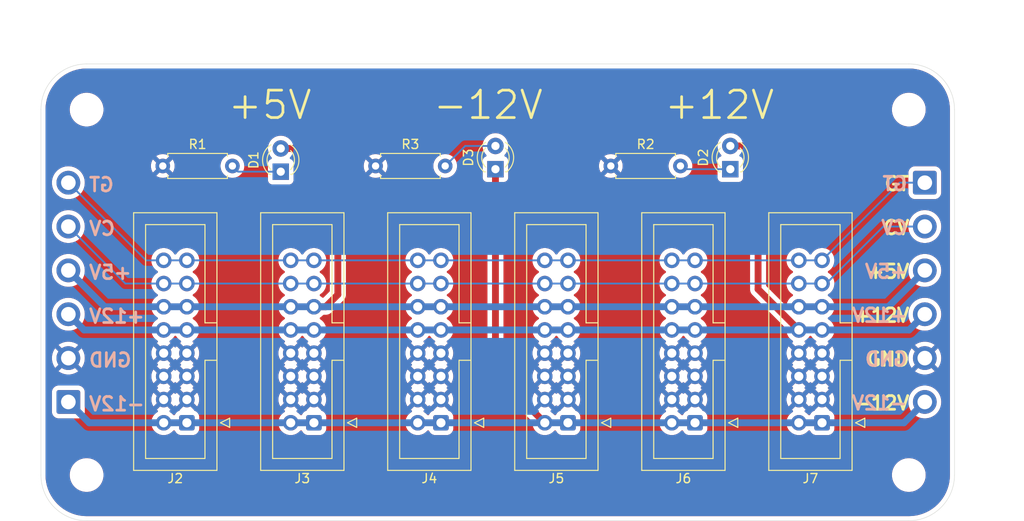
<source format=kicad_pcb>
(kicad_pcb (version 20241229) (generator "pcbnew") (generator_version "9.0")
  (layers (0 "F.Cu" signal) (2 "B.Cu" signal) (13 "F.Paste" user) (15 "B.Paste" user) (5 "F.SilkS" user "F.Silkscreen") (7 "B.SilkS" user "B.Silkscreen") (1 "F.Mask" user) (3 "B.Mask" user) (25 "Edge.Cuts" user))
  (net 0 "")
  (net 1 "/-12V")
  (net 2 "/+5V")
  (net 3 "/+12V")
  (net 4 "/Gate")
  (net 5 "/CV")
  (net 6 "Net-(D1-K)")
  (net 7 "Net-(D2-K)")
  (net 8 "Net-(D3-A)")
  (net 9 "GND")
  (footprint "LED_THT:LED_D3.0mm" (layer "F.Cu") (at 180.46 91.52 90)
    (property "Reference" "D2" (at 1.27 -2.96 90) (layer "F.SilkS"))
    (property "Value" "LED_Small")
    (fp_line (start -0.29 -1.236) (end -0.29 -1.08) (stroke (width 0.12)) (layer "F.SilkS"))
    (fp_line (start -0.29 1.08) (end -0.29 1.236) (stroke (width 0.12)) (layer "F.SilkS"))
    (fp_arc (start -0.29 -1.235516) (mid 1.36566 -1.987699) (end 2.941437 -1.08) (stroke (width 0.12)) (layer "F.SilkS"))
    (fp_arc (start 0.229039 -1.08) (mid 1.27 -1.5) (end 2.310961 -1.08) (stroke (width 0.12)) (layer "F.SilkS"))
    (fp_arc (start 2.941437 1.08) (mid 1.36566 1.987699) (end -0.29 1.235516) (stroke (width 0.12)) (layer "F.SilkS"))
    (fp_arc (start 2.310961 1.08) (mid 1.27 1.5) (end 0.229039 1.08) (stroke (width 0.12)) (layer "F.SilkS"))
    (pad "1" thru_hole rect (at 0 0 90) (size 1.8 1.8) (drill 0.9) (layers "*.Cu" "*.Mask") (net 7 "Net-(D2-K)"))
    (pad "2" thru_hole circle (at 2.54 0 90) (size 1.8 1.8) (drill 0.9) (layers "*.Cu" "*.Mask") (net 3 "/+12V"))
  )
  (footprint "LED_THT:LED_D3.0mm" (layer "F.Cu") (at 154.752 91.52 90)
    (property "Reference" "D3" (at 1.27 -2.96 90) (layer "F.SilkS"))
    (property "Value" "LED_Small")
    (fp_line (start -0.29 -1.236) (end -0.29 -1.08) (stroke (width 0.12)) (layer "F.SilkS"))
    (fp_line (start -0.29 1.08) (end -0.29 1.236) (stroke (width 0.12)) (layer "F.SilkS"))
    (fp_arc (start -0.29 -1.235516) (mid 1.36566 -1.987699) (end 2.941437 -1.08) (stroke (width 0.12)) (layer "F.SilkS"))
    (fp_arc (start 0.229039 -1.08) (mid 1.27 -1.5) (end 2.310961 -1.08) (stroke (width 0.12)) (layer "F.SilkS"))
    (fp_arc (start 2.941437 1.08) (mid 1.36566 1.987699) (end -0.29 1.235516) (stroke (width 0.12)) (layer "F.SilkS"))
    (fp_arc (start 2.310961 1.08) (mid 1.27 1.5) (end 0.229039 1.08) (stroke (width 0.12)) (layer "F.SilkS"))
    (pad "1" thru_hole rect (at 0 0 90) (size 1.8 1.8) (drill 0.9) (layers "*.Cu" "*.Mask") (net 1 "/-12V"))
    (pad "2" thru_hole circle (at 2.54 0 90) (size 1.8 1.8) (drill 0.9) (layers "*.Cu" "*.Mask") (net 8 "Net-(D3-A)"))
  )
  (footprint "Connector_IDC:IDC-Header_2x08_P2.54mm_Vertical" (layer "F.Cu") (at 120.975 119.28 180)
    (property "Reference" "J2" (at 1.27 -6.1 0) (layer "F.SilkS"))
    (property "Value" "Conn_02x08_Row_Letter_Last")
    (fp_line (start 5.83 22.99) (end -3.29 22.99) (stroke (width 0.12)) (layer "F.SilkS"))
    (fp_line (start 5.83 -5.21) (end 5.83 22.99) (stroke (width 0.12)) (layer "F.SilkS"))
    (fp_line (start 4.52 21.69) (end -1.98 21.69) (stroke (width 0.12)) (layer "F.SilkS"))
    (fp_line (start 4.52 -3.91) (end 4.52 21.69) (stroke (width 0.12)) (layer "F.SilkS"))
    (fp_line (start -1.98 21.69) (end -1.98 10.94) (stroke (width 0.12)) (layer "F.SilkS"))
    (fp_line (start -1.98 10.94) (end -3.29 10.94) (stroke (width 0.12)) (layer "F.SilkS"))
    (fp_line (start -1.98 6.84) (end -1.98 -3.91) (stroke (width 0.12)) (layer "F.SilkS"))
    (fp_line (start -1.98 -3.91) (end 4.52 -3.91) (stroke (width 0.12)) (layer "F.SilkS"))
    (fp_line (start -3.29 22.99) (end -3.29 -5.21) (stroke (width 0.12)) (layer "F.SilkS"))
    (fp_line (start -3.29 6.84) (end -1.98 6.84) (stroke (width 0.12)) (layer "F.SilkS"))
    (fp_line (start -3.29 -5.21) (end 5.83 -5.21) (stroke (width 0.12)) (layer "F.SilkS"))
    (fp_line (start -3.68 0) (end -4.68 -0.5) (stroke (width 0.12)) (layer "F.SilkS"))
    (fp_line (start -4.68 0.5) (end -3.68 0) (stroke (width 0.12)) (layer "F.SilkS"))
    (fp_line (start -4.68 -0.5) (end -4.68 0.5) (stroke (width 0.12)) (layer "F.SilkS"))
    (pad "1" thru_hole roundrect (at 0 0 180) (size 1.7 1.7) (drill 1) (layers "*.Cu" "*.Mask") (roundrect_rratio 0.147059) (net 1 "/-12V"))
    (pad "2" thru_hole circle (at 2.54 0 180) (size 1.7 1.7) (drill 1) (layers "*.Cu" "*.Mask") (net 1 "/-12V"))
    (pad "3" thru_hole circle (at 0 2.54 180) (size 1.7 1.7) (drill 1) (layers "*.Cu" "*.Mask") (net 9 "GND"))
    (pad "4" thru_hole circle (at 2.54 2.54 180) (size 1.7 1.7) (drill 1) (layers "*.Cu" "*.Mask") (net 9 "GND"))
    (pad "5" thru_hole circle (at 0 5.08 180) (size 1.7 1.7) (drill 1) (layers "*.Cu" "*.Mask") (net 9 "GND"))
    (pad "6" thru_hole circle (at 2.54 5.08 180) (size 1.7 1.7) (drill 1) (layers "*.Cu" "*.Mask") (net 9 "GND"))
    (pad "7" thru_hole circle (at 0 7.62 180) (size 1.7 1.7) (drill 1) (layers "*.Cu" "*.Mask") (net 9 "GND"))
    (pad "8" thru_hole circle (at 2.54 7.62 180) (size 1.7 1.7) (drill 1) (layers "*.Cu" "*.Mask") (net 9 "GND"))
    (pad "9" thru_hole circle (at 0 10.16 180) (size 1.7 1.7) (drill 1) (layers "*.Cu" "*.Mask") (net 3 "/+12V"))
    (pad "10" thru_hole circle (at 2.54 10.16 180) (size 1.7 1.7) (drill 1) (layers "*.Cu" "*.Mask") (net 3 "/+12V"))
    (pad "11" thru_hole circle (at 0 12.7 180) (size 1.7 1.7) (drill 1) (layers "*.Cu" "*.Mask") (net 2 "/+5V"))
    (pad "12" thru_hole circle (at 2.54 12.7 180) (size 1.7 1.7) (drill 1) (layers "*.Cu" "*.Mask") (net 2 "/+5V"))
    (pad "13" thru_hole circle (at 0 15.24 180) (size 1.7 1.7) (drill 1) (layers "*.Cu" "*.Mask") (net 5 "/CV"))
    (pad "14" thru_hole circle (at 2.54 15.24 180) (size 1.7 1.7) (drill 1) (layers "*.Cu" "*.Mask") (net 5 "/CV"))
    (pad "15" thru_hole circle (at 0 17.78 180) (size 1.7 1.7) (drill 1) (layers "*.Cu" "*.Mask") (net 4 "/Gate"))
    (pad "16" thru_hole circle (at 2.54 17.78 180) (size 1.7 1.7) (drill 1) (layers "*.Cu" "*.Mask") (net 4 "/Gate"))
  )
  (footprint "power_rail_elements:R_Axial_DIN0207_L6.3mm_D2.5mm_P7.62mm_Horizontal" (layer "F.Cu") (at 167.38 91.17)
    (property "Reference" "R2" (at 3.81 -2.37 0) (layer "F.SilkS"))
    (property "Value" "1k")
    (fp_line (start 0.54 -1.37) (end 7.08 -1.37) (stroke (width 0.12)) (layer "F.SilkS"))
    (fp_line (start 0.54 -1.04) (end 0.54 -1.37) (stroke (width 0.12)) (layer "F.SilkS"))
    (fp_line (start 0.54 1.04) (end 0.54 1.37) (stroke (width 0.12)) (layer "F.SilkS"))
    (fp_line (start 0.54 1.37) (end 7.08 1.37) (stroke (width 0.12)) (layer "F.SilkS"))
    (fp_line (start 7.08 -1.37) (end 7.08 -1.04) (stroke (width 0.12)) (layer "F.SilkS"))
    (fp_line (start 7.08 1.37) (end 7.08 1.04) (stroke (width 0.12)) (layer "F.SilkS"))
    (pad "1" thru_hole circle (at 0 0) (size 1.6 1.6) (drill 0.8) (layers "*.Cu" "*.Mask") (net 9 "GND"))
    (pad "2" thru_hole circle (at 7.62 0) (size 1.6 1.6) (drill 0.8) (layers "*.Cu" "*.Mask") (net 7 "Net-(D2-K)"))
  )
  (footprint "Connector_IDC:IDC-Header_2x08_P2.54mm_Vertical" (layer "F.Cu") (at 148.785 119.28 180)
    (property "Reference" "J4" (at 1.27 -6.1 0) (layer "F.SilkS"))
    (property "Value" "Conn_02x08_Row_Letter_Last")
    (fp_line (start 5.83 22.99) (end -3.29 22.99) (stroke (width 0.12)) (layer "F.SilkS"))
    (fp_line (start 5.83 -5.21) (end 5.83 22.99) (stroke (width 0.12)) (layer "F.SilkS"))
    (fp_line (start 4.52 21.69) (end -1.98 21.69) (stroke (width 0.12)) (layer "F.SilkS"))
    (fp_line (start 4.52 -3.91) (end 4.52 21.69) (stroke (width 0.12)) (layer "F.SilkS"))
    (fp_line (start -1.98 21.69) (end -1.98 10.94) (stroke (width 0.12)) (layer "F.SilkS"))
    (fp_line (start -1.98 10.94) (end -3.29 10.94) (stroke (width 0.12)) (layer "F.SilkS"))
    (fp_line (start -1.98 6.84) (end -1.98 -3.91) (stroke (width 0.12)) (layer "F.SilkS"))
    (fp_line (start -1.98 -3.91) (end 4.52 -3.91) (stroke (width 0.12)) (layer "F.SilkS"))
    (fp_line (start -3.29 22.99) (end -3.29 -5.21) (stroke (width 0.12)) (layer "F.SilkS"))
    (fp_line (start -3.29 6.84) (end -1.98 6.84) (stroke (width 0.12)) (layer "F.SilkS"))
    (fp_line (start -3.29 -5.21) (end 5.83 -5.21) (stroke (width 0.12)) (layer "F.SilkS"))
    (fp_line (start -3.68 0) (end -4.68 -0.5) (stroke (width 0.12)) (layer "F.SilkS"))
    (fp_line (start -4.68 0.5) (end -3.68 0) (stroke (width 0.12)) (layer "F.SilkS"))
    (fp_line (start -4.68 -0.5) (end -4.68 0.5) (stroke (width 0.12)) (layer "F.SilkS"))
    (pad "1" thru_hole roundrect (at 0 0 180) (size 1.7 1.7) (drill 1) (layers "*.Cu" "*.Mask") (roundrect_rratio 0.147059) (net 1 "/-12V"))
    (pad "2" thru_hole circle (at 2.54 0 180) (size 1.7 1.7) (drill 1) (layers "*.Cu" "*.Mask") (net 1 "/-12V"))
    (pad "3" thru_hole circle (at 0 2.54 180) (size 1.7 1.7) (drill 1) (layers "*.Cu" "*.Mask") (net 9 "GND"))
    (pad "4" thru_hole circle (at 2.54 2.54 180) (size 1.7 1.7) (drill 1) (layers "*.Cu" "*.Mask") (net 9 "GND"))
    (pad "5" thru_hole circle (at 0 5.08 180) (size 1.7 1.7) (drill 1) (layers "*.Cu" "*.Mask") (net 9 "GND"))
    (pad "6" thru_hole circle (at 2.54 5.08 180) (size 1.7 1.7) (drill 1) (layers "*.Cu" "*.Mask") (net 9 "GND"))
    (pad "7" thru_hole circle (at 0 7.62 180) (size 1.7 1.7) (drill 1) (layers "*.Cu" "*.Mask") (net 9 "GND"))
    (pad "8" thru_hole circle (at 2.54 7.62 180) (size 1.7 1.7) (drill 1) (layers "*.Cu" "*.Mask") (net 9 "GND"))
    (pad "9" thru_hole circle (at 0 10.16 180) (size 1.7 1.7) (drill 1) (layers "*.Cu" "*.Mask") (net 3 "/+12V"))
    (pad "10" thru_hole circle (at 2.54 10.16 180) (size 1.7 1.7) (drill 1) (layers "*.Cu" "*.Mask") (net 3 "/+12V"))
    (pad "11" thru_hole circle (at 0 12.7 180) (size 1.7 1.7) (drill 1) (layers "*.Cu" "*.Mask") (net 2 "/+5V"))
    (pad "12" thru_hole circle (at 2.54 12.7 180) (size 1.7 1.7) (drill 1) (layers "*.Cu" "*.Mask") (net 2 "/+5V"))
    (pad "13" thru_hole circle (at 0 15.24 180) (size 1.7 1.7) (drill 1) (layers "*.Cu" "*.Mask") (net 5 "/CV"))
    (pad "14" thru_hole circle (at 2.54 15.24 180) (size 1.7 1.7) (drill 1) (layers "*.Cu" "*.Mask") (net 5 "/CV"))
    (pad "15" thru_hole circle (at 0 17.78 180) (size 1.7 1.7) (drill 1) (layers "*.Cu" "*.Mask") (net 4 "/Gate"))
    (pad "16" thru_hole circle (at 2.54 17.78 180) (size 1.7 1.7) (drill 1) (layers "*.Cu" "*.Mask") (net 4 "/Gate"))
  )
  (footprint "power_rail_elements:MountingHole_3.2mm_M3" (layer "F.Cu") (at 110 85)
    (property "Reference" "REF**" (hide yes))
    (property "Value" "MountingHole_3.2mm_M3")
    (pad "" np_thru_hole circle (at 0 0) (size 3.2 3.2) (drill 3.2) (layers "*.Cu" "*.Mask"))
  )
  (footprint "power_rail_elements:MountingHole_3.2mm_M3" (layer "F.Cu") (at 200 125)
    (property "Reference" "REF**" (hide yes))
    (property "Value" "MountingHole_3.2mm_M3")
    (pad "" np_thru_hole circle (at 0 0) (size 3.2 3.2) (drill 3.2) (layers "*.Cu" "*.Mask"))
  )
  (footprint "Connector_IDC:IDC-Header_2x08_P2.54mm_Vertical" (layer "F.Cu") (at 134.88 119.28 180)
    (property "Reference" "J3" (at 1.27 -6.1 0) (layer "F.SilkS"))
    (property "Value" "Conn_02x08_Row_Letter_Last")
    (fp_line (start 5.83 22.99) (end -3.29 22.99) (stroke (width 0.12)) (layer "F.SilkS"))
    (fp_line (start 5.83 -5.21) (end 5.83 22.99) (stroke (width 0.12)) (layer "F.SilkS"))
    (fp_line (start 4.52 21.69) (end -1.98 21.69) (stroke (width 0.12)) (layer "F.SilkS"))
    (fp_line (start 4.52 -3.91) (end 4.52 21.69) (stroke (width 0.12)) (layer "F.SilkS"))
    (fp_line (start -1.98 21.69) (end -1.98 10.94) (stroke (width 0.12)) (layer "F.SilkS"))
    (fp_line (start -1.98 10.94) (end -3.29 10.94) (stroke (width 0.12)) (layer "F.SilkS"))
    (fp_line (start -1.98 6.84) (end -1.98 -3.91) (stroke (width 0.12)) (layer "F.SilkS"))
    (fp_line (start -1.98 -3.91) (end 4.52 -3.91) (stroke (width 0.12)) (layer "F.SilkS"))
    (fp_line (start -3.29 22.99) (end -3.29 -5.21) (stroke (width 0.12)) (layer "F.SilkS"))
    (fp_line (start -3.29 6.84) (end -1.98 6.84) (stroke (width 0.12)) (layer "F.SilkS"))
    (fp_line (start -3.29 -5.21) (end 5.83 -5.21) (stroke (width 0.12)) (layer "F.SilkS"))
    (fp_line (start -3.68 0) (end -4.68 -0.5) (stroke (width 0.12)) (layer "F.SilkS"))
    (fp_line (start -4.68 0.5) (end -3.68 0) (stroke (width 0.12)) (layer "F.SilkS"))
    (fp_line (start -4.68 -0.5) (end -4.68 0.5) (stroke (width 0.12)) (layer "F.SilkS"))
    (pad "1" thru_hole roundrect (at 0 0 180) (size 1.7 1.7) (drill 1) (layers "*.Cu" "*.Mask") (roundrect_rratio 0.147059) (net 1 "/-12V"))
    (pad "2" thru_hole circle (at 2.54 0 180) (size 1.7 1.7) (drill 1) (layers "*.Cu" "*.Mask") (net 1 "/-12V"))
    (pad "3" thru_hole circle (at 0 2.54 180) (size 1.7 1.7) (drill 1) (layers "*.Cu" "*.Mask") (net 9 "GND"))
    (pad "4" thru_hole circle (at 2.54 2.54 180) (size 1.7 1.7) (drill 1) (layers "*.Cu" "*.Mask") (net 9 "GND"))
    (pad "5" thru_hole circle (at 0 5.08 180) (size 1.7 1.7) (drill 1) (layers "*.Cu" "*.Mask") (net 9 "GND"))
    (pad "6" thru_hole circle (at 2.54 5.08 180) (size 1.7 1.7) (drill 1) (layers "*.Cu" "*.Mask") (net 9 "GND"))
    (pad "7" thru_hole circle (at 0 7.62 180) (size 1.7 1.7) (drill 1) (layers "*.Cu" "*.Mask") (net 9 "GND"))
    (pad "8" thru_hole circle (at 2.54 7.62 180) (size 1.7 1.7) (drill 1) (layers "*.Cu" "*.Mask") (net 9 "GND"))
    (pad "9" thru_hole circle (at 0 10.16 180) (size 1.7 1.7) (drill 1) (layers "*.Cu" "*.Mask") (net 3 "/+12V"))
    (pad "10" thru_hole circle (at 2.54 10.16 180) (size 1.7 1.7) (drill 1) (layers "*.Cu" "*.Mask") (net 3 "/+12V"))
    (pad "11" thru_hole circle (at 0 12.7 180) (size 1.7 1.7) (drill 1) (layers "*.Cu" "*.Mask") (net 2 "/+5V"))
    (pad "12" thru_hole circle (at 2.54 12.7 180) (size 1.7 1.7) (drill 1) (layers "*.Cu" "*.Mask") (net 2 "/+5V"))
    (pad "13" thru_hole circle (at 0 15.24 180) (size 1.7 1.7) (drill 1) (layers "*.Cu" "*.Mask") (net 5 "/CV"))
    (pad "14" thru_hole circle (at 2.54 15.24 180) (size 1.7 1.7) (drill 1) (layers "*.Cu" "*.Mask") (net 5 "/CV"))
    (pad "15" thru_hole circle (at 0 17.78 180) (size 1.7 1.7) (drill 1) (layers "*.Cu" "*.Mask") (net 4 "/Gate"))
    (pad "16" thru_hole circle (at 2.54 17.78 180) (size 1.7 1.7) (drill 1) (layers "*.Cu" "*.Mask") (net 4 "/Gate"))
  )
  (footprint "Connector_IDC:IDC-Header_2x08_P2.54mm_Vertical" (layer "F.Cu") (at 176.595 119.28 180)
    (property "Reference" "J6" (at 1.27 -6.1 0) (layer "F.SilkS"))
    (property "Value" "Conn_02x08_Row_Letter_Last")
    (fp_line (start 5.83 22.99) (end -3.29 22.99) (stroke (width 0.12)) (layer "F.SilkS"))
    (fp_line (start 5.83 -5.21) (end 5.83 22.99) (stroke (width 0.12)) (layer "F.SilkS"))
    (fp_line (start 4.52 21.69) (end -1.98 21.69) (stroke (width 0.12)) (layer "F.SilkS"))
    (fp_line (start 4.52 -3.91) (end 4.52 21.69) (stroke (width 0.12)) (layer "F.SilkS"))
    (fp_line (start -1.98 21.69) (end -1.98 10.94) (stroke (width 0.12)) (layer "F.SilkS"))
    (fp_line (start -1.98 10.94) (end -3.29 10.94) (stroke (width 0.12)) (layer "F.SilkS"))
    (fp_line (start -1.98 6.84) (end -1.98 -3.91) (stroke (width 0.12)) (layer "F.SilkS"))
    (fp_line (start -1.98 -3.91) (end 4.52 -3.91) (stroke (width 0.12)) (layer "F.SilkS"))
    (fp_line (start -3.29 22.99) (end -3.29 -5.21) (stroke (width 0.12)) (layer "F.SilkS"))
    (fp_line (start -3.29 6.84) (end -1.98 6.84) (stroke (width 0.12)) (layer "F.SilkS"))
    (fp_line (start -3.29 -5.21) (end 5.83 -5.21) (stroke (width 0.12)) (layer "F.SilkS"))
    (fp_line (start -3.68 0) (end -4.68 -0.5) (stroke (width 0.12)) (layer "F.SilkS"))
    (fp_line (start -4.68 0.5) (end -3.68 0) (stroke (width 0.12)) (layer "F.SilkS"))
    (fp_line (start -4.68 -0.5) (end -4.68 0.5) (stroke (width 0.12)) (layer "F.SilkS"))
    (pad "1" thru_hole roundrect (at 0 0 180) (size 1.7 1.7) (drill 1) (layers "*.Cu" "*.Mask") (roundrect_rratio 0.147059) (net 1 "/-12V"))
    (pad "2" thru_hole circle (at 2.54 0 180) (size 1.7 1.7) (drill 1) (layers "*.Cu" "*.Mask") (net 1 "/-12V"))
    (pad "3" thru_hole circle (at 0 2.54 180) (size 1.7 1.7) (drill 1) (layers "*.Cu" "*.Mask") (net 9 "GND"))
    (pad "4" thru_hole circle (at 2.54 2.54 180) (size 1.7 1.7) (drill 1) (layers "*.Cu" "*.Mask") (net 9 "GND"))
    (pad "5" thru_hole circle (at 0 5.08 180) (size 1.7 1.7) (drill 1) (layers "*.Cu" "*.Mask") (net 9 "GND"))
    (pad "6" thru_hole circle (at 2.54 5.08 180) (size 1.7 1.7) (drill 1) (layers "*.Cu" "*.Mask") (net 9 "GND"))
    (pad "7" thru_hole circle (at 0 7.62 180) (size 1.7 1.7) (drill 1) (layers "*.Cu" "*.Mask") (net 9 "GND"))
    (pad "8" thru_hole circle (at 2.54 7.62 180) (size 1.7 1.7) (drill 1) (layers "*.Cu" "*.Mask") (net 9 "GND"))
    (pad "9" thru_hole circle (at 0 10.16 180) (size 1.7 1.7) (drill 1) (layers "*.Cu" "*.Mask") (net 3 "/+12V"))
    (pad "10" thru_hole circle (at 2.54 10.16 180) (size 1.7 1.7) (drill 1) (layers "*.Cu" "*.Mask") (net 3 "/+12V"))
    (pad "11" thru_hole circle (at 0 12.7 180) (size 1.7 1.7) (drill 1) (layers "*.Cu" "*.Mask") (net 2 "/+5V"))
    (pad "12" thru_hole circle (at 2.54 12.7 180) (size 1.7 1.7) (drill 1) (layers "*.Cu" "*.Mask") (net 2 "/+5V"))
    (pad "13" thru_hole circle (at 0 15.24 180) (size 1.7 1.7) (drill 1) (layers "*.Cu" "*.Mask") (net 5 "/CV"))
    (pad "14" thru_hole circle (at 2.54 15.24 180) (size 1.7 1.7) (drill 1) (layers "*.Cu" "*.Mask") (net 5 "/CV"))
    (pad "15" thru_hole circle (at 0 17.78 180) (size 1.7 1.7) (drill 1) (layers "*.Cu" "*.Mask") (net 4 "/Gate"))
    (pad "16" thru_hole circle (at 2.54 17.78 180) (size 1.7 1.7) (drill 1) (layers "*.Cu" "*.Mask") (net 4 "/Gate"))
  )
  (footprint "Connector_Wire:SolderWire-0.75sqmm_1x06_P4.8mm_D1.25mm_OD2.3mm" (layer "F.Cu") (at 108 117 90)
    (property "Reference" "J1" (hide yes))
    (property "Value" "Conn_01x06")
    (pad "1" thru_hole roundrect (at 0 0 90) (size 2.6 2.6) (drill 1.6) (layers "*.Cu" "*.Mask") (roundrect_rratio 0.096154) (net 1 "/-12V"))
    (pad "2" thru_hole circle (at 4.8 0 90) (size 2.6 2.6) (drill 1.6) (layers "*.Cu" "*.Mask") (net 9 "GND"))
    (pad "3" thru_hole circle (at 9.6 0 90) (size 2.6 2.6) (drill 1.6) (layers "*.Cu" "*.Mask") (net 3 "/+12V"))
    (pad "4" thru_hole circle (at 14.4 0 90) (size 2.6 2.6) (drill 1.6) (layers "*.Cu" "*.Mask") (net 2 "/+5V"))
    (pad "5" thru_hole circle (at 19.2 0 90) (size 2.6 2.6) (drill 1.6) (layers "*.Cu" "*.Mask") (net 5 "/CV"))
    (pad "6" thru_hole circle (at 24 0 90) (size 2.6 2.6) (drill 1.6) (layers "*.Cu" "*.Mask") (net 4 "/Gate"))
  )
  (footprint "LED_THT:LED_D3.0mm" (layer "F.Cu") (at 131.25 91.795 90)
    (property "Reference" "D1" (at 1.27 -2.96 90) (layer "F.SilkS"))
    (property "Value" "LED_Small")
    (fp_line (start -0.29 -1.236) (end -0.29 -1.08) (stroke (width 0.12)) (layer "F.SilkS"))
    (fp_line (start -0.29 1.08) (end -0.29 1.236) (stroke (width 0.12)) (layer "F.SilkS"))
    (fp_arc (start -0.29 -1.235516) (mid 1.36566 -1.987699) (end 2.941437 -1.08) (stroke (width 0.12)) (layer "F.SilkS"))
    (fp_arc (start 0.229039 -1.08) (mid 1.27 -1.5) (end 2.310961 -1.08) (stroke (width 0.12)) (layer "F.SilkS"))
    (fp_arc (start 2.941437 1.08) (mid 1.36566 1.987699) (end -0.29 1.235516) (stroke (width 0.12)) (layer "F.SilkS"))
    (fp_arc (start 2.310961 1.08) (mid 1.27 1.5) (end 0.229039 1.08) (stroke (width 0.12)) (layer "F.SilkS"))
    (pad "1" thru_hole rect (at 0 0 90) (size 1.8 1.8) (drill 0.9) (layers "*.Cu" "*.Mask") (net 6 "Net-(D1-K)"))
    (pad "2" thru_hole circle (at 2.54 0 90) (size 1.8 1.8) (drill 0.9) (layers "*.Cu" "*.Mask") (net 2 "/+5V"))
  )
  (footprint "power_rail_elements:MountingHole_3.2mm_M3" (layer "F.Cu") (at 200 85)
    (property "Reference" "REF**" (hide yes))
    (property "Value" "MountingHole_3.2mm_M3")
    (pad "" np_thru_hole circle (at 0 0) (size 3.2 3.2) (drill 3.2) (layers "*.Cu" "*.Mask"))
  )
  (footprint "Connector_IDC:IDC-Header_2x08_P2.54mm_Vertical" (layer "F.Cu") (at 190.5 119.28 180)
    (property "Reference" "J7" (at 1.27 -6.1 0) (layer "F.SilkS"))
    (property "Value" "Conn_02x08_Row_Letter_Last")
    (fp_line (start 5.83 22.99) (end -3.29 22.99) (stroke (width 0.12)) (layer "F.SilkS"))
    (fp_line (start 5.83 -5.21) (end 5.83 22.99) (stroke (width 0.12)) (layer "F.SilkS"))
    (fp_line (start 4.52 21.69) (end -1.98 21.69) (stroke (width 0.12)) (layer "F.SilkS"))
    (fp_line (start 4.52 -3.91) (end 4.52 21.69) (stroke (width 0.12)) (layer "F.SilkS"))
    (fp_line (start -1.98 21.69) (end -1.98 10.94) (stroke (width 0.12)) (layer "F.SilkS"))
    (fp_line (start -1.98 10.94) (end -3.29 10.94) (stroke (width 0.12)) (layer "F.SilkS"))
    (fp_line (start -1.98 6.84) (end -1.98 -3.91) (stroke (width 0.12)) (layer "F.SilkS"))
    (fp_line (start -1.98 -3.91) (end 4.52 -3.91) (stroke (width 0.12)) (layer "F.SilkS"))
    (fp_line (start -3.29 22.99) (end -3.29 -5.21) (stroke (width 0.12)) (layer "F.SilkS"))
    (fp_line (start -3.29 6.84) (end -1.98 6.84) (stroke (width 0.12)) (layer "F.SilkS"))
    (fp_line (start -3.29 -5.21) (end 5.83 -5.21) (stroke (width 0.12)) (layer "F.SilkS"))
    (fp_line (start -3.68 0) (end -4.68 -0.5) (stroke (width 0.12)) (layer "F.SilkS"))
    (fp_line (start -4.68 0.5) (end -3.68 0) (stroke (width 0.12)) (layer "F.SilkS"))
    (fp_line (start -4.68 -0.5) (end -4.68 0.5) (stroke (width 0.12)) (layer "F.SilkS"))
    (pad "1" thru_hole roundrect (at 0 0 180) (size 1.7 1.7) (drill 1) (layers "*.Cu" "*.Mask") (roundrect_rratio 0.147059) (net 1 "/-12V"))
    (pad "2" thru_hole circle (at 2.54 0 180) (size 1.7 1.7) (drill 1) (layers "*.Cu" "*.Mask") (net 1 "/-12V"))
    (pad "3" thru_hole circle (at 0 2.54 180) (size 1.7 1.7) (drill 1) (layers "*.Cu" "*.Mask") (net 9 "GND"))
    (pad "4" thru_hole circle (at 2.54 2.54 180) (size 1.7 1.7) (drill 1) (layers "*.Cu" "*.Mask") (net 9 "GND"))
    (pad "5" thru_hole circle (at 0 5.08 180) (size 1.7 1.7) (drill 1) (layers "*.Cu" "*.Mask") (net 9 "GND"))
    (pad "6" thru_hole circle (at 2.54 5.08 180) (size 1.7 1.7) (drill 1) (layers "*.Cu" "*.Mask") (net 9 "GND"))
    (pad "7" thru_hole circle (at 0 7.62 180) (size 1.7 1.7) (drill 1) (layers "*.Cu" "*.Mask") (net 9 "GND"))
    (pad "8" thru_hole circle (at 2.54 7.62 180) (size 1.7 1.7) (drill 1) (layers "*.Cu" "*.Mask") (net 9 "GND"))
    (pad "9" thru_hole circle (at 0 10.16 180) (size 1.7 1.7) (drill 1) (layers "*.Cu" "*.Mask") (net 3 "/+12V"))
    (pad "10" thru_hole circle (at 2.54 10.16 180) (size 1.7 1.7) (drill 1) (layers "*.Cu" "*.Mask") (net 3 "/+12V"))
    (pad "11" thru_hole circle (at 0 12.7 180) (size 1.7 1.7) (drill 1) (layers "*.Cu" "*.Mask") (net 2 "/+5V"))
    (pad "12" thru_hole circle (at 2.54 12.7 180) (size 1.7 1.7) (drill 1) (layers "*.Cu" "*.Mask") (net 2 "/+5V"))
    (pad "13" thru_hole circle (at 0 15.24 180) (size 1.7 1.7) (drill 1) (layers "*.Cu" "*.Mask") (net 5 "/CV"))
    (pad "14" thru_hole circle (at 2.54 15.24 180) (size 1.7 1.7) (drill 1) (layers "*.Cu" "*.Mask") (net 5 "/CV"))
    (pad "15" thru_hole circle (at 0 17.78 180) (size 1.7 1.7) (drill 1) (layers "*.Cu" "*.Mask") (net 4 "/Gate"))
    (pad "16" thru_hole circle (at 2.54 17.78 180) (size 1.7 1.7) (drill 1) (layers "*.Cu" "*.Mask") (net 4 "/Gate"))
  )
  (footprint "Connector_Wire:SolderWire-0.75sqmm_1x06_P4.8mm_D1.25mm_OD2.3mm" (layer "F.Cu") (at 201.75 93 -90)
    (property "Reference" "J8" (hide yes))
    (property "Value" "Conn_01x06")
    (pad "1" thru_hole roundrect (at 0 0 270) (size 2.6 2.6) (drill 1.6) (layers "*.Cu" "*.Mask") (roundrect_rratio 0.096154) (net 4 "/Gate"))
    (pad "2" thru_hole circle (at 4.8 0 270) (size 2.6 2.6) (drill 1.6) (layers "*.Cu" "*.Mask") (net 5 "/CV"))
    (pad "3" thru_hole circle (at 9.6 0 270) (size 2.6 2.6) (drill 1.6) (layers "*.Cu" "*.Mask") (net 2 "/+5V"))
    (pad "4" thru_hole circle (at 14.4 0 270) (size 2.6 2.6) (drill 1.6) (layers "*.Cu" "*.Mask") (net 3 "/+12V"))
    (pad "5" thru_hole circle (at 19.2 0 270) (size 2.6 2.6) (drill 1.6) (layers "*.Cu" "*.Mask") (net 9 "GND"))
    (pad "6" thru_hole circle (at 24 0 270) (size 2.6 2.6) (drill 1.6) (layers "*.Cu" "*.Mask") (net 1 "/-12V"))
  )
  (footprint "power_rail_elements:MountingHole_3.2mm_M3" (layer "F.Cu") (at 110 125)
    (property "Reference" "REF**" (hide yes))
    (property "Value" "MountingHole_3.2mm_M3")
    (pad "" np_thru_hole circle (at 0 0) (size 3.2 3.2) (drill 3.2) (layers "*.Cu" "*.Mask"))
  )
  (footprint "Connector_IDC:IDC-Header_2x08_P2.54mm_Vertical" (layer "F.Cu") (at 162.69 119.28 180)
    (property "Reference" "J5" (at 1.27 -6.1 0) (layer "F.SilkS"))
    (property "Value" "Conn_02x08_Row_Letter_Last")
    (fp_line (start 5.83 22.99) (end -3.29 22.99) (stroke (width 0.12)) (layer "F.SilkS"))
    (fp_line (start 5.83 -5.21) (end 5.83 22.99) (stroke (width 0.12)) (layer "F.SilkS"))
    (fp_line (start 4.52 21.69) (end -1.98 21.69) (stroke (width 0.12)) (layer "F.SilkS"))
    (fp_line (start 4.52 -3.91) (end 4.52 21.69) (stroke (width 0.12)) (layer "F.SilkS"))
    (fp_line (start -1.98 21.69) (end -1.98 10.94) (stroke (width 0.12)) (layer "F.SilkS"))
    (fp_line (start -1.98 10.94) (end -3.29 10.94) (stroke (width 0.12)) (layer "F.SilkS"))
    (fp_line (start -1.98 6.84) (end -1.98 -3.91) (stroke (width 0.12)) (layer "F.SilkS"))
    (fp_line (start -1.98 -3.91) (end 4.52 -3.91) (stroke (width 0.12)) (layer "F.SilkS"))
    (fp_line (start -3.29 22.99) (end -3.29 -5.21) (stroke (width 0.12)) (layer "F.SilkS"))
    (fp_line (start -3.29 6.84) (end -1.98 6.84) (stroke (width 0.12)) (layer "F.SilkS"))
    (fp_line (start -3.29 -5.21) (end 5.83 -5.21) (stroke (width 0.12)) (layer "F.SilkS"))
    (fp_line (start -3.68 0) (end -4.68 -0.5) (stroke (width 0.12)) (layer "F.SilkS"))
    (fp_line (start -4.68 0.5) (end -3.68 0) (stroke (width 0.12)) (layer "F.SilkS"))
    (fp_line (start -4.68 -0.5) (end -4.68 0.5) (stroke (width 0.12)) (layer "F.SilkS"))
    (pad "1" thru_hole roundrect (at 0 0 180) (size 1.7 1.7) (drill 1) (layers "*.Cu" "*.Mask") (roundrect_rratio 0.147059) (net 1 "/-12V"))
    (pad "2" thru_hole circle (at 2.54 0 180) (size 1.7 1.7) (drill 1) (layers "*.Cu" "*.Mask") (net 1 "/-12V"))
    (pad "3" thru_hole circle (at 0 2.54 180) (size 1.7 1.7) (drill 1) (layers "*.Cu" "*.Mask") (net 9 "GND"))
    (pad "4" thru_hole circle (at 2.54 2.54 180) (size 1.7 1.7) (drill 1) (layers "*.Cu" "*.Mask") (net 9 "GND"))
    (pad "5" thru_hole circle (at 0 5.08 180) (size 1.7 1.7) (drill 1) (layers "*.Cu" "*.Mask") (net 9 "GND"))
    (pad "6" thru_hole circle (at 2.54 5.08 180) (size 1.7 1.7) (drill 1) (layers "*.Cu" "*.Mask") (net 9 "GND"))
    (pad "7" thru_hole circle (at 0 7.62 180) (size 1.7 1.7) (drill 1) (layers "*.Cu" "*.Mask") (net 9 "GND"))
    (pad "8" thru_hole circle (at 2.54 7.62 180) (size 1.7 1.7) (drill 1) (layers "*.Cu" "*.Mask") (net 9 "GND"))
    (pad "9" thru_hole circle (at 0 10.16 180) (size 1.7 1.7) (drill 1) (layers "*.Cu" "*.Mask") (net 3 "/+12V"))
    (pad "10" thru_hole circle (at 2.54 10.16 180) (size 1.7 1.7) (drill 1) (layers "*.Cu" "*.Mask") (net 3 "/+12V"))
    (pad "11" thru_hole circle (at 0 12.7 180) (size 1.7 1.7) (drill 1) (layers "*.Cu" "*.Mask") (net 2 "/+5V"))
    (pad "12" thru_hole circle (at 2.54 12.7 180) (size 1.7 1.7) (drill 1) (layers "*.Cu" "*.Mask") (net 2 "/+5V"))
    (pad "13" thru_hole circle (at 0 15.24 180) (size 1.7 1.7) (drill 1) (layers "*.Cu" "*.Mask") (net 5 "/CV"))
    (pad "14" thru_hole circle (at 2.54 15.24 180) (size 1.7 1.7) (drill 1) (layers "*.Cu" "*.Mask") (net 5 "/CV"))
    (pad "15" thru_hole circle (at 0 17.78 180) (size 1.7 1.7) (drill 1) (layers "*.Cu" "*.Mask") (net 4 "/Gate"))
    (pad "16" thru_hole circle (at 2.54 17.78 180) (size 1.7 1.7) (drill 1) (layers "*.Cu" "*.Mask") (net 4 "/Gate"))
  )
  (footprint "power_rail_elements:R_Axial_DIN0207_L6.3mm_D2.5mm_P7.62mm_Horizontal" (layer "F.Cu") (at 141.63 91.17)
    (property "Reference" "R3" (at 3.81 -2.37 0) (layer "F.SilkS"))
    (property "Value" "1k")
    (fp_line (start 0.54 -1.37) (end 7.08 -1.37) (stroke (width 0.12)) (layer "F.SilkS"))
    (fp_line (start 0.54 -1.04) (end 0.54 -1.37) (stroke (width 0.12)) (layer "F.SilkS"))
    (fp_line (start 0.54 1.04) (end 0.54 1.37) (stroke (width 0.12)) (layer "F.SilkS"))
    (fp_line (start 0.54 1.37) (end 7.08 1.37) (stroke (width 0.12)) (layer "F.SilkS"))
    (fp_line (start 7.08 -1.37) (end 7.08 -1.04) (stroke (width 0.12)) (layer "F.SilkS"))
    (fp_line (start 7.08 1.37) (end 7.08 1.04) (stroke (width 0.12)) (layer "F.SilkS"))
    (pad "1" thru_hole circle (at 0 0) (size 1.6 1.6) (drill 0.8) (layers "*.Cu" "*.Mask") (net 9 "GND"))
    (pad "2" thru_hole circle (at 7.62 0) (size 1.6 1.6) (drill 0.8) (layers "*.Cu" "*.Mask") (net 8 "Net-(D3-A)"))
  )
  (footprint "power_rail_elements:R_Axial_DIN0207_L6.3mm_D2.5mm_P7.62mm_Horizontal" (layer "F.Cu") (at 118.336 91.17)
    (property "Reference" "R1" (at 3.81 -2.37 0) (layer "F.SilkS"))
    (property "Value" "330")
    (fp_line (start 0.54 -1.37) (end 7.08 -1.37) (stroke (width 0.12)) (layer "F.SilkS"))
    (fp_line (start 0.54 -1.04) (end 0.54 -1.37) (stroke (width 0.12)) (layer "F.SilkS"))
    (fp_line (start 0.54 1.04) (end 0.54 1.37) (stroke (width 0.12)) (layer "F.SilkS"))
    (fp_line (start 0.54 1.37) (end 7.08 1.37) (stroke (width 0.12)) (layer "F.SilkS"))
    (fp_line (start 7.08 -1.37) (end 7.08 -1.04) (stroke (width 0.12)) (layer "F.SilkS"))
    (fp_line (start 7.08 1.37) (end 7.08 1.04) (stroke (width 0.12)) (layer "F.SilkS"))
    (pad "1" thru_hole circle (at 0 0) (size 1.6 1.6) (drill 0.8) (layers "*.Cu" "*.Mask") (net 9 "GND"))
    (pad "2" thru_hole circle (at 7.62 0) (size 1.6 1.6) (drill 0.8) (layers "*.Cu" "*.Mask") (net 6 "Net-(D1-K)"))
  )
  (gr_arc (start 205 125) (mid 203.535534 128.535534) (end 200 130) (stroke (width 0.05)) (layer "Edge.Cuts"))
  (gr_arc (start 110 130) (mid 106.464466 128.535534) (end 105 125) (stroke (width 0.05)) (layer "Edge.Cuts"))
  (gr_line (start 205 85) (end 205 125) (stroke (width 0.05)) (layer "Edge.Cuts"))
  (gr_line (start 200 130) (end 110 130) (stroke (width 0.05)) (layer "Edge.Cuts"))
  (gr_arc (start 200 80) (mid 203.535534 81.464466) (end 205 85) (stroke (width 0.05)) (layer "Edge.Cuts"))
  (gr_line (start 110 80) (end 200 80) (stroke (width 0.05)) (layer "Edge.Cuts"))
  (gr_line (start 105 125) (end 105 85) (stroke (width 0.05)) (layer "Edge.Cuts"))
  (gr_arc (start 105 85) (mid 106.464466 81.464466) (end 110 80) (stroke (width 0.05)) (layer "Edge.Cuts"))
  (gr_text "GT" (at 197.178572 94 0) (layer "F.SilkS") (effects (font (size 1.5 1.5) (thickness 0.3) (bold yes)) (justify left bottom)))
  (gr_text "CV" (at 197.035715 98.8 0) (layer "F.SilkS") (effects (font (size 1.5 1.5) (thickness 0.3) (bold yes)) (justify left bottom)))
  (gr_text "+5V" (at 125.290179 86.25 0) (layer "F.SilkS") (effects (font (size 3 3) (thickness 0.3) (bold yes)) (justify left bottom)))
  (gr_text "+12V" (at 173.077679 86.25 0) (layer "F.SilkS") (effects (font (size 3 3) (thickness 0.3) (bold yes)) (justify left bottom)))
  (gr_text "-12V" (at 193.82143 118 0) (layer "F.SilkS") (effects (font (size 1.5 1.5) (thickness 0.3) (bold yes)) (justify left bottom)))
  (gr_text "+12V" (at 193.82143 108.4 0) (layer "F.SilkS") (effects (font (size 1.5 1.5) (thickness 0.3) (bold yes)) (justify left bottom)))
  (gr_text "GND" (at 195.25 113.2 0) (layer "F.SilkS") (effects (font (size 1.5 1.5) (thickness 0.3) (bold yes)) (justify left bottom)))
  (gr_text "-12V" (at 147.755357 86.25 0) (layer "F.SilkS") (effects (font (size 3 3) (thickness 0.3) (bold yes)) (justify left bottom)))
  (gr_text "+5V" (at 195.250001 103.6 0) (layer "F.SilkS") (effects (font (size 1.5 1.5) (thickness 0.3) (bold yes)) (justify left bottom)))
  (gr_text "CV" (at 200 98.8 0) (layer "B.SilkS") (effects (font (size 1.5 1.5) (thickness 0.3) (bold yes)) (justify left bottom mirror)))
  (gr_text "GND" (at 115.07143 113.3 0) (layer "B.SilkS") (effects (font (size 1.5 1.5) (thickness 0.3) (bold yes)) (justify left bottom mirror)))
  (gr_text "-12V" (at 200 118 0) (layer "B.SilkS") (effects (font (size 1.5 1.5) (thickness 0.3) (bold yes)) (justify left bottom mirror)))
  (gr_text "+5V" (at 200 103.6 0) (layer "B.SilkS") (effects (font (size 1.5 1.5) (thickness 0.3) (bold yes)) (justify left bottom mirror)))
  (gr_text "+12V" (at 200 108.4 0) (layer "B.SilkS") (effects (font (size 1.5 1.5) (thickness 0.3) (bold yes)) (justify left bottom mirror)))
  (gr_text "GT" (at 200 94 0) (layer "B.SilkS") (effects (font (size 1.5 1.5) (thickness 0.3) (bold yes)) (justify left bottom mirror)))
  (gr_text "+5V" (at 115.071429 103.7 0) (layer "B.SilkS") (effects (font (size 1.5 1.5) (thickness 0.3) (bold yes)) (justify left bottom mirror)))
  (gr_text "GT" (at 113.142858 94.1 0) (layer "B.SilkS") (effects (font (size 1.5 1.5) (thickness 0.3) (bold yes)) (justify left bottom mirror)))
  (gr_text "+12V" (at 116.5 108.5 0) (layer "B.SilkS") (effects (font (size 1.5 1.5) (thickness 0.3) (bold yes)) (justify left bottom mirror)))
  (gr_text "-12V" (at 116.5 118.1 0) (layer "B.SilkS") (effects (font (size 1.5 1.5) (thickness 0.3) (bold yes)) (justify left bottom mirror)))
  (gr_text "GND" (at 200 113.2 0) (layer "B.SilkS") (effects (font (size 1.5 1.5) (thickness 0.3) (bold yes)) (justify left bottom mirror)))
  (gr_text "CV" (at 113.285715 98.9 0) (layer "B.SilkS") (effects (font (size 1.5 1.5) (thickness 0.3) (bold yes)) (justify left bottom mirror)))
  (segment (start 160.15 119.28) (end 154.752 113.882) (width 0.75) (layer "F.Cu") (net 1))
  (segment (start 154.752 113.882) (end 154.752 91.52) (width 0.75) (layer "F.Cu") (net 1))
  (segment (start 132.34 119.28) (end 120.975 119.28) (width 0.75) (layer "B.Cu") (net 1))
  (segment (start 187.96 119.28) (end 176.595 119.28) (width 0.75) (layer "B.Cu") (net 1))
  (segment (start 148.785 119.28) (end 146.245 119.28) (width 0.75) (layer "B.Cu") (net 1))
  (segment (start 176.595 119.28) (end 174.055 119.28) (width 0.75) (layer "B.Cu") (net 1))
  (segment (start 146.245 119.28) (end 134.88 119.28) (width 0.75) (layer "B.Cu") (net 1))
  (segment (start 160.15 119.28) (end 148.785 119.28) (width 0.75) (layer "B.Cu") (net 1))
  (segment (start 190.5 119.28) (end 187.96 119.28) (width 0.75) (layer "B.Cu") (net 1))
  (segment (start 199.47 119.28) (end 190.5 119.28) (width 0.75) (layer "B.Cu") (net 1))
  (segment (start 201.75 117) (end 199.47 119.28) (width 0.75) (layer "B.Cu") (net 1))
  (segment (start 174.055 119.28) (end 162.69 119.28) (width 0.75) (layer "B.Cu") (net 1))
  (segment (start 118.435 119.28) (end 110.28 119.28) (width 0.75) (layer "B.Cu") (net 1))
  (segment (start 110.28 119.28) (end 108 117) (width 0.75) (layer "B.Cu") (net 1))
  (segment (start 120.975 119.28) (end 118.435 119.28) (width 0.75) (layer "B.Cu") (net 1))
  (segment (start 162.69 119.28) (end 160.15 119.28) (width 0.75) (layer "B.Cu") (net 1))
  (segment (start 134.88 119.28) (end 132.34 119.28) (width 0.75) (layer "B.Cu") (net 1))
  (segment (start 137.5 94.232208) (end 132.522792 89.255) (width 0.75) (layer "F.Cu") (net 2))
  (segment (start 132.522792 89.255) (end 131.25 89.255) (width 0.75) (layer "F.Cu") (net 2))
  (segment (start 137.5 105.25) (end 137.5 94.232208) (width 0.75) (layer "F.Cu") (net 2))
  (segment (start 136.17 106.58) (end 137.5 105.25) (width 0.75) (layer "F.Cu") (net 2))
  (segment (start 134.88 106.58) (end 136.17 106.58) (width 0.75) (layer "F.Cu") (net 2))
  (segment (start 108 102.6) (end 111.98 106.58) (width 0.75) (layer "B.Cu") (net 2))
  (segment (start 176.595 106.58) (end 174.055 106.58) (width 0.75) (layer "B.Cu") (net 2))
  (segment (start 120.975 106.58) (end 132.34 106.58) (width 0.75) (layer "B.Cu") (net 2))
  (segment (start 162.69 106.58) (end 174.055 106.58) (width 0.75) (layer "B.Cu") (net 2))
  (segment (start 148.785 106.58) (end 146.245 106.58) (width 0.75) (layer "B.Cu") (net 2))
  (segment (start 118.435 106.58) (end 120.975 106.58) (width 0.75) (layer "B.Cu") (net 2))
  (segment (start 111.98 106.58) (end 118.435 106.58) (width 0.75) (layer "B.Cu") (net 2))
  (segment (start 148.785 106.58) (end 160.15 106.58) (width 0.75) (layer "B.Cu") (net 2))
  (segment (start 134.88 106.58) (end 146.245 106.58) (width 0.75) (layer "B.Cu") (net 2))
  (segment (start 162.69 106.58) (end 160.15 106.58) (width 0.75) (layer "B.Cu") (net 2))
  (segment (start 134.88 106.58) (end 132.34 106.58) (width 0.75) (layer "B.Cu") (net 2))
  (segment (start 176.595 106.58) (end 187.96 106.58) (width 0.75) (layer "B.Cu") (net 2))
  (segment (start 187.96 106.58) (end 190.5 106.58) (width 0.75) (layer "B.Cu") (net 2))
  (segment (start 197.77 106.58) (end 190.5 106.58) (width 0.75) (layer "B.Cu") (net 2))
  (segment (start 201.75 102.6) (end 197.77 106.58) (width 0.75) (layer "B.Cu") (net 2))
  (segment (start 187.96 109.12) (end 183.5 104.66) (width 0.75) (layer "F.Cu") (net 3))
  (segment (start 181.98 88.98) (end 180.46 88.98) (width 0.75) (layer "F.Cu") (net 3))
  (segment (start 183.5 104.66) (end 183.5 90.5) (width 0.75) (layer "F.Cu") (net 3))
  (segment (start 183.5 90.5) (end 181.98 88.98) (width 0.75) (layer "F.Cu") (net 3))
  (segment (start 187.96 109.12) (end 190.5 109.12) (width 0.75) (layer "B.Cu") (net 3))
  (segment (start 134.88 109.12) (end 132.34 109.12) (width 0.75) (layer "B.Cu") (net 3))
  (segment (start 160.15 109.12) (end 148.785 109.12) (width 0.75) (layer "B.Cu") (net 3))
  (segment (start 109.72 109.12) (end 118.435 109.12) (width 0.75) (layer "B.Cu") (net 3))
  (segment (start 120.975 109.12) (end 118.435 109.12) (width 0.75) (layer "B.Cu") (net 3))
  (segment (start 176.595 109.12) (end 174.055 109.12) (width 0.75) (layer "B.Cu") (net 3))
  (segment (start 187.96 109.12) (end 176.595 109.12) (width 0.75) (layer "B.Cu") (net 3))
  (segment (start 148.785 109.12) (end 146.245 109.12) (width 0.75) (layer "B.Cu") (net 3))
  (segment (start 132.34 109.12) (end 120.975 109.12) (width 0.75) (layer "B.Cu") (net 3))
  (segment (start 162.69 109.12) (end 160.15 109.12) (width 0.75) (layer "B.Cu") (net 3))
  (segment (start 200.03 109.12) (end 190.5 109.12) (width 0.75) (layer "B.Cu") (net 3))
  (segment (start 201.75 107.4) (end 200.03 109.12) (width 0.75) (layer "B.Cu") (net 3))
  (segment (start 174.055 109.12) (end 162.69 109.12) (width 0.75) (layer "B.Cu") (net 3))
  (segment (start 146.245 109.12) (end 134.88 109.12) (width 0.75) (layer "B.Cu") (net 3))
  (segment (start 108 107.4) (end 109.72 109.12) (width 0.75) (layer "B.Cu") (net 3))
  (segment (start 162.69 101.5) (end 174.055 101.5) (width 0.2) (layer "B.Cu") (net 4))
  (segment (start 134.88 101.5) (end 132.34 101.5) (width 0.2) (layer "B.Cu") (net 4))
  (segment (start 190.5 101.5) (end 187.96 101.5) (width 0.2) (layer "B.Cu") (net 4))
  (segment (start 116.5 101.5) (end 118.435 101.5) (width 0.2) (layer "B.Cu") (net 4))
  (segment (start 108 93) (end 116.5 101.5) (width 0.2) (layer "B.Cu") (net 4))
  (segment (start 160.15 101.5) (end 162.69 101.5) (width 0.2) (layer "B.Cu") (net 4))
  (segment (start 148.785 101.5) (end 160.15 101.5) (width 0.2) (layer "B.Cu") (net 4))
  (segment (start 176.595 101.5) (end 187.96 101.5) (width 0.2) (layer "B.Cu") (net 4))
  (segment (start 199 93) (end 190.5 101.5) (width 0.2) (layer "B.Cu") (net 4))
  (segment (start 174.055 101.5) (end 176.595 101.5) (width 0.2) (layer "B.Cu") (net 4))
  (segment (start 148.785 101.5) (end 146.245 101.5) (width 0.2) (layer "B.Cu") (net 4))
  (segment (start 120.975 101.5) (end 132.34 101.5) (width 0.2) (layer "B.Cu") (net 4))
  (segment (start 201.75 93) (end 199 93) (width 0.2) (layer "B.Cu") (net 4))
  (segment (start 134.88 101.5) (end 146.245 101.5) (width 0.2) (layer "B.Cu") (net 4))
  (segment (start 118.435 101.5) (end 120.975 101.5) (width 0.2) (layer "B.Cu") (net 4))
  (segment (start 201.75 97.8) (end 197.2 97.8) (width 0.2) (layer "B.Cu") (net 5))
  (segment (start 176.595 104.04) (end 174.055 104.04) (width 0.2) (layer "B.Cu") (net 5))
  (segment (start 120.975 104.04) (end 132.34 104.04) (width 0.2) (layer "B.Cu") (net 5))
  (segment (start 197.2 97.8) (end 190.96 104.04) (width 0.2) (layer "B.Cu") (net 5))
  (segment (start 132.34 104.04) (end 134.88 104.04) (width 0.2) (layer "B.Cu") (net 5))
  (segment (start 114.24 104.04) (end 118.435 104.04) (width 0.2) (layer "B.Cu") (net 5))
  (segment (start 190.96 104.04) (end 190.5 104.04) (width 0.2) (layer "B.Cu") (net 5))
  (segment (start 120.975 104.04) (end 118.435 104.04) (width 0.2) (layer "B.Cu") (net 5))
  (segment (start 174.055 104.04) (end 162.69 104.04) (width 0.2) (layer "B.Cu") (net 5))
  (segment (start 108 97.8) (end 114.24 104.04) (width 0.2) (layer "B.Cu") (net 5))
  (segment (start 146.245 104.04) (end 148.785 104.04) (width 0.2) (layer "B.Cu") (net 5))
  (segment (start 187.96 104.04) (end 176.595 104.04) (width 0.2) (layer "B.Cu") (net 5))
  (segment (start 190.5 104.04) (end 187.96 104.04) (width 0.2) (layer "B.Cu") (net 5))
  (segment (start 160.15 104.04) (end 162.69 104.04) (width 0.2) (layer "B.Cu") (net 5))
  (segment (start 146.245 104.04) (end 134.88 104.04) (width 0.2) (layer "B.Cu") (net 5))
  (segment (start 160.15 104.04) (end 148.785 104.04) (width 0.2) (layer "B.Cu") (net 5))
  (segment (start 126.581 91.795) (end 125.956 91.17) (width 0.2) (layer "B.Cu") (net 6))
  (segment (start 131.25 91.795) (end 126.581 91.795) (width 0.2) (layer "B.Cu") (net 6))
  (segment (start 180.46 91.52) (end 175.35 91.52) (width 0.2) (layer "B.Cu") (net 7))
  (segment (start 175.35 91.52) (end 175 91.17) (width 0.2) (layer "B.Cu") (net 7))
  (segment (start 151.44 88.98) (end 149.25 91.17) (width 0.2) (layer "B.Cu") (net 8))
  (segment (start 154.752 88.98) (end 151.44 88.98) (width 0.2) (layer "B.Cu") (net 8))
  (zone (net 9) (net_name "GND") (layers "F.Cu" "B.Cu") (priority 1) (connect_pads (clearance 0.5)) (min_thickness 0.25) (fill yes (thermal_gap 0.5) (thermal_bridge_width 0.5))
    (polygon (pts (xy 105 80) (xy 205 80) (xy 205 130) (xy 105 130)))
  )
)
</source>
